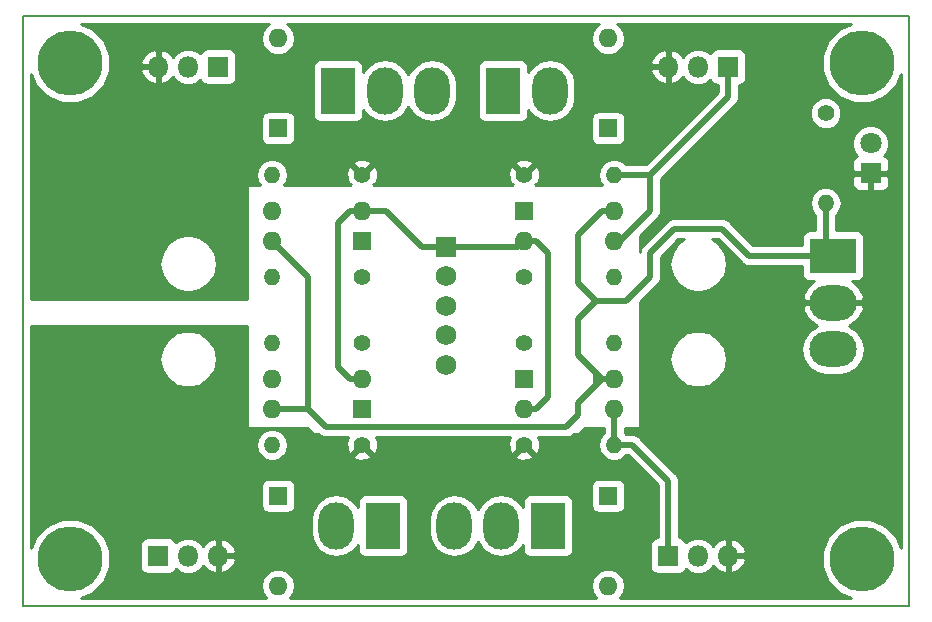
<source format=gbr>
%TF.GenerationSoftware,KiCad,Pcbnew,(5.0.0)*%
%TF.CreationDate,2018-12-15T00:11:35+01:00*%
%TF.ProjectId,high-voltage_driver_V1.0,686967682D766F6C746167655F647269,1.0*%
%TF.SameCoordinates,PXfbec30PYfbec30*%
%TF.FileFunction,Copper,L2,Bot,Signal*%
%TF.FilePolarity,Positive*%
%FSLAX46Y46*%
G04 Gerber Fmt 4.6, Leading zero omitted, Abs format (unit mm)*
G04 Created by KiCad (PCBNEW (5.0.0)) date 12/15/18 00:11:35*
%MOMM*%
%LPD*%
G01*
G04 APERTURE LIST*
%ADD10C,0.150000*%
%ADD11C,1.400000*%
%ADD12O,1.400000X1.400000*%
%ADD13R,1.800000X1.800000*%
%ADD14C,1.800000*%
%ADD15R,1.750000X1.750000*%
%ADD16C,1.750000*%
%ADD17R,4.000000X3.000000*%
%ADD18O,4.000000X3.000000*%
%ADD19R,3.000000X4.000000*%
%ADD20O,3.000000X4.000000*%
%ADD21O,1.800000X1.800000*%
%ADD22R,1.600000X1.600000*%
%ADD23O,1.600000X1.600000*%
%ADD24C,5.500000*%
%ADD25C,0.500000*%
%ADD26C,0.254000*%
G04 APERTURE END LIST*
D10*
X75000000Y-50000000D02*
X0Y-50000000D01*
X75000000Y0D02*
X75000000Y-50000000D01*
X0Y0D02*
X0Y-50000000D01*
X0Y0D02*
X75000000Y0D01*
D11*
X42418000Y-36322000D03*
D12*
X50038000Y-36322000D03*
D13*
X71755000Y-13335000D03*
D14*
X71755000Y-10795000D03*
D15*
X35814000Y-19558000D03*
D16*
X35814000Y-22058000D03*
X35814000Y-24558000D03*
X35814000Y-27058000D03*
X35814000Y-29558000D03*
D17*
X68580000Y-20320000D03*
D18*
X68580000Y-24282400D03*
X68580000Y-28244800D03*
D19*
X26670000Y-6350000D03*
D20*
X30632400Y-6350000D03*
X34594800Y-6350000D03*
D19*
X40640000Y-6350000D03*
D20*
X44602400Y-6350000D03*
D19*
X44450000Y-43180000D03*
D20*
X40487600Y-43180000D03*
X36525200Y-43180000D03*
D19*
X30480000Y-43180000D03*
D20*
X26517600Y-43180000D03*
D13*
X16510000Y-4318000D03*
D21*
X13970000Y-4318000D03*
X11430000Y-4318000D03*
D13*
X59690000Y-4318000D03*
D21*
X57150000Y-4318000D03*
X54610000Y-4318000D03*
D13*
X54610000Y-45720000D03*
D21*
X57150000Y-45720000D03*
X59690000Y-45720000D03*
D13*
X11430000Y-45720000D03*
D21*
X13970000Y-45720000D03*
X16510000Y-45720000D03*
D11*
X28702000Y-22098000D03*
D12*
X21082000Y-22098000D03*
D11*
X42418000Y-22098000D03*
D12*
X50038000Y-22098000D03*
D11*
X42418000Y-27686000D03*
D12*
X50038000Y-27686000D03*
D11*
X28702000Y-27686000D03*
D12*
X21082000Y-27686000D03*
D11*
X67945000Y-8255000D03*
D12*
X67945000Y-15875000D03*
D11*
X28702000Y-13462000D03*
D12*
X21082000Y-13462000D03*
D11*
X42418000Y-13462000D03*
D12*
X50038000Y-13462000D03*
D11*
X28702000Y-36322000D03*
D12*
X21082000Y-36322000D03*
D22*
X28702000Y-19050000D03*
D23*
X21082000Y-16510000D03*
X28702000Y-16510000D03*
X21082000Y-19050000D03*
D22*
X42418000Y-16510000D03*
D23*
X50038000Y-19050000D03*
X42418000Y-19050000D03*
X50038000Y-16510000D03*
D22*
X42418000Y-30734000D03*
D23*
X50038000Y-33274000D03*
X42418000Y-33274000D03*
X50038000Y-30734000D03*
D22*
X28702000Y-33274000D03*
D23*
X21082000Y-30734000D03*
X28702000Y-30734000D03*
X21082000Y-33274000D03*
D24*
X4000000Y-4000000D03*
X71000000Y-4000000D03*
X4000000Y-46000000D03*
X71000000Y-46000000D03*
D22*
X21590000Y-9525000D03*
D23*
X21590000Y-1905000D03*
D22*
X49530000Y-9525000D03*
D23*
X49530000Y-1905000D03*
D22*
X49530000Y-40640000D03*
D23*
X49530000Y-48260000D03*
D22*
X21590000Y-40640000D03*
D23*
X21590000Y-48260000D03*
D25*
X28702000Y-30734000D02*
X27686000Y-30734000D01*
X27686000Y-16510000D02*
X28702000Y-16510000D01*
X26670000Y-17526000D02*
X27686000Y-16510000D01*
X26670000Y-29718000D02*
X26670000Y-17526000D01*
X27686000Y-30734000D02*
X26670000Y-29718000D01*
X42418000Y-33274000D02*
X43434000Y-33274000D01*
X43434000Y-19050000D02*
X42418000Y-19050000D01*
X44450000Y-20066000D02*
X43434000Y-19050000D01*
X44450000Y-32258000D02*
X44450000Y-20066000D01*
X43434000Y-33274000D02*
X44450000Y-32258000D01*
X35814000Y-19558000D02*
X33782000Y-19558000D01*
X30734000Y-16510000D02*
X28702000Y-16510000D01*
X33782000Y-19558000D02*
X30734000Y-16510000D01*
X35814000Y-19558000D02*
X41910000Y-19558000D01*
X41910000Y-19558000D02*
X42418000Y-19050000D01*
X48514000Y-31242000D02*
X48514000Y-30226000D01*
X48514000Y-30226000D02*
X49022000Y-30734000D01*
X48514000Y-31242000D02*
X46990000Y-32766000D01*
X24130000Y-22098000D02*
X21082000Y-19050000D01*
X24130000Y-33274000D02*
X24130000Y-22098000D01*
X49022000Y-30734000D02*
X48514000Y-31242000D01*
X24130000Y-33274000D02*
X21082000Y-33274000D01*
X25654000Y-34798000D02*
X24130000Y-33274000D01*
X45974000Y-34798000D02*
X25654000Y-34798000D01*
X46990000Y-33782000D02*
X45974000Y-34798000D01*
X46990000Y-32766000D02*
X46990000Y-33782000D01*
X48514000Y-24130000D02*
X46990000Y-25654000D01*
X46990000Y-25654000D02*
X46990000Y-28702000D01*
X46990000Y-28702000D02*
X48514000Y-30226000D01*
X49022000Y-30734000D02*
X50038000Y-30734000D01*
X68580000Y-20320000D02*
X61468000Y-20320000D01*
X49022000Y-16510000D02*
X50038000Y-16510000D01*
X46990000Y-18542000D02*
X49022000Y-16510000D01*
X46990000Y-22606000D02*
X46990000Y-18542000D01*
X48514000Y-24130000D02*
X46990000Y-22606000D01*
X51054000Y-24130000D02*
X48514000Y-24130000D01*
X53086000Y-22098000D02*
X51054000Y-24130000D01*
X53086000Y-20066000D02*
X53086000Y-22098000D01*
X55118000Y-18034000D02*
X53086000Y-20066000D01*
X59182000Y-18034000D02*
X55118000Y-18034000D01*
X61468000Y-20320000D02*
X59182000Y-18034000D01*
X67945000Y-15875000D02*
X67945000Y-19685000D01*
X67945000Y-19685000D02*
X68580000Y-20320000D01*
X53086000Y-13462000D02*
X59690000Y-6858000D01*
X59690000Y-6858000D02*
X59690000Y-4318000D01*
X50038000Y-19050000D02*
X50546000Y-19050000D01*
X50546000Y-19050000D02*
X53086000Y-16510000D01*
X53086000Y-16510000D02*
X53086000Y-13462000D01*
X50038000Y-13462000D02*
X53086000Y-13462000D01*
X50038000Y-36322000D02*
X51562000Y-36322000D01*
X54610000Y-39370000D02*
X54610000Y-45720000D01*
X51562000Y-36322000D02*
X54610000Y-39370000D01*
X50038000Y-33274000D02*
X50038000Y-36322000D01*
D26*
G36*
X20555423Y-870423D02*
X20238260Y-1345091D01*
X20126887Y-1905000D01*
X20238260Y-2464909D01*
X20555423Y-2939577D01*
X21030091Y-3256740D01*
X21448667Y-3340000D01*
X21731333Y-3340000D01*
X22149909Y-3256740D01*
X22624577Y-2939577D01*
X22941740Y-2464909D01*
X23053113Y-1905000D01*
X22941740Y-1345091D01*
X22624577Y-870423D01*
X22384487Y-710000D01*
X48735513Y-710000D01*
X48495423Y-870423D01*
X48178260Y-1345091D01*
X48066887Y-1905000D01*
X48178260Y-2464909D01*
X48495423Y-2939577D01*
X48970091Y-3256740D01*
X49388667Y-3340000D01*
X49671333Y-3340000D01*
X50089909Y-3256740D01*
X50564577Y-2939577D01*
X50881740Y-2464909D01*
X50993113Y-1905000D01*
X50881740Y-1345091D01*
X50564577Y-870423D01*
X50324487Y-710000D01*
X70097332Y-710000D01*
X69082552Y-1130336D01*
X68130336Y-2082552D01*
X67615000Y-3326682D01*
X67615000Y-4673318D01*
X68130336Y-5917448D01*
X69082552Y-6869664D01*
X70326682Y-7385000D01*
X71673318Y-7385000D01*
X72917448Y-6869664D01*
X73869664Y-5917448D01*
X74290000Y-4902668D01*
X74290001Y-45097334D01*
X73869664Y-44082552D01*
X72917448Y-43130336D01*
X71673318Y-42615000D01*
X70326682Y-42615000D01*
X69082552Y-43130336D01*
X68130336Y-44082552D01*
X67615000Y-45326682D01*
X67615000Y-46673318D01*
X68130336Y-47917448D01*
X69082552Y-48869664D01*
X70097332Y-49290000D01*
X50567635Y-49290000D01*
X50881740Y-48819909D01*
X50993113Y-48260000D01*
X50881740Y-47700091D01*
X50564577Y-47225423D01*
X50089909Y-46908260D01*
X49671333Y-46825000D01*
X49388667Y-46825000D01*
X48970091Y-46908260D01*
X48495423Y-47225423D01*
X48178260Y-47700091D01*
X48066887Y-48260000D01*
X48178260Y-48819909D01*
X48492365Y-49290000D01*
X22627635Y-49290000D01*
X22941740Y-48819909D01*
X23053113Y-48260000D01*
X22941740Y-47700091D01*
X22624577Y-47225423D01*
X22149909Y-46908260D01*
X21731333Y-46825000D01*
X21448667Y-46825000D01*
X21030091Y-46908260D01*
X20555423Y-47225423D01*
X20238260Y-47700091D01*
X20126887Y-48260000D01*
X20238260Y-48819909D01*
X20552365Y-49290000D01*
X4902668Y-49290000D01*
X5917448Y-48869664D01*
X6869664Y-47917448D01*
X7385000Y-46673318D01*
X7385000Y-45326682D01*
X7175126Y-44820000D01*
X9882560Y-44820000D01*
X9882560Y-46620000D01*
X9931843Y-46867765D01*
X10072191Y-47077809D01*
X10282235Y-47218157D01*
X10530000Y-47267440D01*
X12330000Y-47267440D01*
X12577765Y-47218157D01*
X12787809Y-47077809D01*
X12927129Y-46869304D01*
X13371073Y-47165938D01*
X13818818Y-47255000D01*
X14121182Y-47255000D01*
X14568927Y-47165938D01*
X15076673Y-46826673D01*
X15247624Y-46570826D01*
X15602424Y-46957966D01*
X16145258Y-47211046D01*
X16383000Y-47090997D01*
X16383000Y-45847000D01*
X16637000Y-45847000D01*
X16637000Y-47090997D01*
X16874742Y-47211046D01*
X17417576Y-46957966D01*
X17822240Y-46516417D01*
X18001036Y-46084740D01*
X17880378Y-45847000D01*
X16637000Y-45847000D01*
X16383000Y-45847000D01*
X16363000Y-45847000D01*
X16363000Y-45593000D01*
X16383000Y-45593000D01*
X16383000Y-44349003D01*
X16637000Y-44349003D01*
X16637000Y-45593000D01*
X17880378Y-45593000D01*
X18001036Y-45355260D01*
X17822240Y-44923583D01*
X17417576Y-44482034D01*
X16874742Y-44228954D01*
X16637000Y-44349003D01*
X16383000Y-44349003D01*
X16145258Y-44228954D01*
X15602424Y-44482034D01*
X15247624Y-44869174D01*
X15076673Y-44613327D01*
X14568927Y-44274062D01*
X14121182Y-44185000D01*
X13818818Y-44185000D01*
X13371073Y-44274062D01*
X12927129Y-44570696D01*
X12787809Y-44362191D01*
X12577765Y-44221843D01*
X12330000Y-44172560D01*
X10530000Y-44172560D01*
X10282235Y-44221843D01*
X10072191Y-44362191D01*
X9931843Y-44572235D01*
X9882560Y-44820000D01*
X7175126Y-44820000D01*
X6869664Y-44082552D01*
X5917448Y-43130336D01*
X4673318Y-42615000D01*
X3326682Y-42615000D01*
X2082552Y-43130336D01*
X1130336Y-44082552D01*
X710000Y-45097332D01*
X710000Y-42469721D01*
X24382600Y-42469721D01*
X24382600Y-43890278D01*
X24506474Y-44513035D01*
X24978351Y-45219249D01*
X25684564Y-45691126D01*
X26517600Y-45856827D01*
X27350635Y-45691126D01*
X28056849Y-45219249D01*
X28332560Y-44806619D01*
X28332560Y-45180000D01*
X28381843Y-45427765D01*
X28522191Y-45637809D01*
X28732235Y-45778157D01*
X28980000Y-45827440D01*
X31980000Y-45827440D01*
X32227765Y-45778157D01*
X32437809Y-45637809D01*
X32578157Y-45427765D01*
X32627440Y-45180000D01*
X32627440Y-42469721D01*
X34390200Y-42469721D01*
X34390200Y-43890278D01*
X34514074Y-44513035D01*
X34985951Y-45219249D01*
X35692164Y-45691126D01*
X36525200Y-45856827D01*
X37358235Y-45691126D01*
X38064449Y-45219249D01*
X38506400Y-44557823D01*
X38948351Y-45219249D01*
X39654564Y-45691126D01*
X40487600Y-45856827D01*
X41320635Y-45691126D01*
X42026849Y-45219249D01*
X42302560Y-44806619D01*
X42302560Y-45180000D01*
X42351843Y-45427765D01*
X42492191Y-45637809D01*
X42702235Y-45778157D01*
X42950000Y-45827440D01*
X45950000Y-45827440D01*
X46197765Y-45778157D01*
X46407809Y-45637809D01*
X46548157Y-45427765D01*
X46597440Y-45180000D01*
X46597440Y-41180000D01*
X46548157Y-40932235D01*
X46407809Y-40722191D01*
X46197765Y-40581843D01*
X45950000Y-40532560D01*
X42950000Y-40532560D01*
X42702235Y-40581843D01*
X42492191Y-40722191D01*
X42351843Y-40932235D01*
X42302560Y-41180000D01*
X42302560Y-41553382D01*
X42026849Y-41140751D01*
X41320636Y-40668874D01*
X40487600Y-40503173D01*
X39654565Y-40668874D01*
X38948352Y-41140751D01*
X38506400Y-41802177D01*
X38064449Y-41140751D01*
X37358236Y-40668874D01*
X36525200Y-40503173D01*
X35692165Y-40668874D01*
X34985952Y-41140751D01*
X34514074Y-41846964D01*
X34390200Y-42469721D01*
X32627440Y-42469721D01*
X32627440Y-41180000D01*
X32578157Y-40932235D01*
X32437809Y-40722191D01*
X32227765Y-40581843D01*
X31980000Y-40532560D01*
X28980000Y-40532560D01*
X28732235Y-40581843D01*
X28522191Y-40722191D01*
X28381843Y-40932235D01*
X28332560Y-41180000D01*
X28332560Y-41553382D01*
X28056849Y-41140751D01*
X27350636Y-40668874D01*
X26517600Y-40503173D01*
X25684565Y-40668874D01*
X24978352Y-41140751D01*
X24506474Y-41846964D01*
X24382600Y-42469721D01*
X710000Y-42469721D01*
X710000Y-39840000D01*
X20142560Y-39840000D01*
X20142560Y-41440000D01*
X20191843Y-41687765D01*
X20332191Y-41897809D01*
X20542235Y-42038157D01*
X20790000Y-42087440D01*
X22390000Y-42087440D01*
X22637765Y-42038157D01*
X22847809Y-41897809D01*
X22988157Y-41687765D01*
X23037440Y-41440000D01*
X23037440Y-39840000D01*
X48082560Y-39840000D01*
X48082560Y-41440000D01*
X48131843Y-41687765D01*
X48272191Y-41897809D01*
X48482235Y-42038157D01*
X48730000Y-42087440D01*
X50330000Y-42087440D01*
X50577765Y-42038157D01*
X50787809Y-41897809D01*
X50928157Y-41687765D01*
X50977440Y-41440000D01*
X50977440Y-39840000D01*
X50928157Y-39592235D01*
X50787809Y-39382191D01*
X50577765Y-39241843D01*
X50330000Y-39192560D01*
X48730000Y-39192560D01*
X48482235Y-39241843D01*
X48272191Y-39382191D01*
X48131843Y-39592235D01*
X48082560Y-39840000D01*
X23037440Y-39840000D01*
X22988157Y-39592235D01*
X22847809Y-39382191D01*
X22637765Y-39241843D01*
X22390000Y-39192560D01*
X20790000Y-39192560D01*
X20542235Y-39241843D01*
X20332191Y-39382191D01*
X20191843Y-39592235D01*
X20142560Y-39840000D01*
X710000Y-39840000D01*
X710000Y-36322000D01*
X19720846Y-36322000D01*
X19824458Y-36842891D01*
X20119519Y-37284481D01*
X20561109Y-37579542D01*
X20950515Y-37657000D01*
X21213485Y-37657000D01*
X21602891Y-37579542D01*
X22044481Y-37284481D01*
X22062659Y-37257275D01*
X27946331Y-37257275D01*
X28008169Y-37493042D01*
X28509122Y-37669419D01*
X29039440Y-37640664D01*
X29395831Y-37493042D01*
X29457669Y-37257275D01*
X41662331Y-37257275D01*
X41724169Y-37493042D01*
X42225122Y-37669419D01*
X42755440Y-37640664D01*
X43111831Y-37493042D01*
X43173669Y-37257275D01*
X42418000Y-36501605D01*
X41662331Y-37257275D01*
X29457669Y-37257275D01*
X28702000Y-36501605D01*
X27946331Y-37257275D01*
X22062659Y-37257275D01*
X22339542Y-36842891D01*
X22443154Y-36322000D01*
X22339542Y-35801109D01*
X22044481Y-35359519D01*
X21602891Y-35064458D01*
X21213485Y-34987000D01*
X20950515Y-34987000D01*
X20561109Y-35064458D01*
X20119519Y-35359519D01*
X19824458Y-35801109D01*
X19720846Y-36322000D01*
X710000Y-36322000D01*
X710000Y-29060000D01*
X11538276Y-29060000D01*
X11723380Y-29990580D01*
X12250511Y-30779489D01*
X13039420Y-31306620D01*
X13735103Y-31445000D01*
X14204897Y-31445000D01*
X14900580Y-31306620D01*
X15689489Y-30779489D01*
X16216620Y-29990580D01*
X16401724Y-29060000D01*
X16216620Y-28129420D01*
X15689489Y-27340511D01*
X14900580Y-26813380D01*
X14204897Y-26675000D01*
X13735103Y-26675000D01*
X13039420Y-26813380D01*
X12250511Y-27340511D01*
X11723380Y-28129420D01*
X11538276Y-29060000D01*
X710000Y-29060000D01*
X710000Y-26289000D01*
X18923000Y-26289000D01*
X18923000Y-34798000D01*
X18932667Y-34846601D01*
X18960197Y-34887803D01*
X19001399Y-34915333D01*
X19050000Y-34925000D01*
X24077394Y-34925000D01*
X24548197Y-35395803D01*
X24589399Y-35423333D01*
X24638000Y-35433000D01*
X25013914Y-35433000D01*
X25015951Y-35436049D01*
X25089844Y-35485423D01*
X25089845Y-35485424D01*
X25200880Y-35559615D01*
X25308690Y-35631652D01*
X25566835Y-35683000D01*
X25566839Y-35683000D01*
X25653999Y-35700337D01*
X25741159Y-35683000D01*
X27511653Y-35683000D01*
X27354581Y-36129122D01*
X27383336Y-36659440D01*
X27530958Y-37015831D01*
X27766725Y-37077669D01*
X28522395Y-36322000D01*
X28508252Y-36307858D01*
X28687858Y-36128252D01*
X28702000Y-36142395D01*
X28716142Y-36128252D01*
X28895748Y-36307858D01*
X28881605Y-36322000D01*
X29637275Y-37077669D01*
X29873042Y-37015831D01*
X30049419Y-36514878D01*
X30020664Y-35984560D01*
X29895754Y-35683000D01*
X41227653Y-35683000D01*
X41070581Y-36129122D01*
X41099336Y-36659440D01*
X41246958Y-37015831D01*
X41482725Y-37077669D01*
X42238395Y-36322000D01*
X42224252Y-36307858D01*
X42403858Y-36128252D01*
X42418000Y-36142395D01*
X42432142Y-36128252D01*
X42611748Y-36307858D01*
X42597605Y-36322000D01*
X43353275Y-37077669D01*
X43589042Y-37015831D01*
X43765419Y-36514878D01*
X43736664Y-35984560D01*
X43611754Y-35683000D01*
X45886839Y-35683000D01*
X45974000Y-35700337D01*
X46061161Y-35683000D01*
X46061165Y-35683000D01*
X46319310Y-35631652D01*
X46612049Y-35436049D01*
X46614086Y-35433000D01*
X46990000Y-35433000D01*
X47038601Y-35423333D01*
X47079803Y-35395803D01*
X47550606Y-34925000D01*
X49153001Y-34925000D01*
X49153001Y-35307747D01*
X49075519Y-35359519D01*
X48780458Y-35801109D01*
X48676846Y-36322000D01*
X48780458Y-36842891D01*
X49075519Y-37284481D01*
X49517109Y-37579542D01*
X49906515Y-37657000D01*
X50169485Y-37657000D01*
X50558891Y-37579542D01*
X51000481Y-37284481D01*
X51052252Y-37207000D01*
X51195422Y-37207000D01*
X53725000Y-39736579D01*
X53725001Y-44172560D01*
X53710000Y-44172560D01*
X53462235Y-44221843D01*
X53252191Y-44362191D01*
X53111843Y-44572235D01*
X53062560Y-44820000D01*
X53062560Y-46620000D01*
X53111843Y-46867765D01*
X53252191Y-47077809D01*
X53462235Y-47218157D01*
X53710000Y-47267440D01*
X55510000Y-47267440D01*
X55757765Y-47218157D01*
X55967809Y-47077809D01*
X56107129Y-46869304D01*
X56551073Y-47165938D01*
X56998818Y-47255000D01*
X57301182Y-47255000D01*
X57748927Y-47165938D01*
X58256673Y-46826673D01*
X58427624Y-46570826D01*
X58782424Y-46957966D01*
X59325258Y-47211046D01*
X59563000Y-47090997D01*
X59563000Y-45847000D01*
X59817000Y-45847000D01*
X59817000Y-47090997D01*
X60054742Y-47211046D01*
X60597576Y-46957966D01*
X61002240Y-46516417D01*
X61181036Y-46084740D01*
X61060378Y-45847000D01*
X59817000Y-45847000D01*
X59563000Y-45847000D01*
X59543000Y-45847000D01*
X59543000Y-45593000D01*
X59563000Y-45593000D01*
X59563000Y-44349003D01*
X59817000Y-44349003D01*
X59817000Y-45593000D01*
X61060378Y-45593000D01*
X61181036Y-45355260D01*
X61002240Y-44923583D01*
X60597576Y-44482034D01*
X60054742Y-44228954D01*
X59817000Y-44349003D01*
X59563000Y-44349003D01*
X59325258Y-44228954D01*
X58782424Y-44482034D01*
X58427624Y-44869174D01*
X58256673Y-44613327D01*
X57748927Y-44274062D01*
X57301182Y-44185000D01*
X56998818Y-44185000D01*
X56551073Y-44274062D01*
X56107129Y-44570696D01*
X55967809Y-44362191D01*
X55757765Y-44221843D01*
X55510000Y-44172560D01*
X55495000Y-44172560D01*
X55495000Y-39457161D01*
X55512337Y-39370000D01*
X55495000Y-39282839D01*
X55495000Y-39282835D01*
X55443652Y-39024690D01*
X55248049Y-38731951D01*
X55174156Y-38682577D01*
X52249425Y-35757847D01*
X52200049Y-35683951D01*
X51907310Y-35488348D01*
X51649165Y-35437000D01*
X51649161Y-35437000D01*
X51562000Y-35419663D01*
X51474839Y-35437000D01*
X51052252Y-35437000D01*
X51000481Y-35359519D01*
X50923000Y-35307748D01*
X50923000Y-34925000D01*
X52070000Y-34925000D01*
X52118601Y-34915333D01*
X52159803Y-34887803D01*
X52187333Y-34846601D01*
X52197000Y-34798000D01*
X52197000Y-29060000D01*
X54718276Y-29060000D01*
X54903380Y-29990580D01*
X55430511Y-30779489D01*
X56219420Y-31306620D01*
X56915103Y-31445000D01*
X57384897Y-31445000D01*
X58080580Y-31306620D01*
X58869489Y-30779489D01*
X59396620Y-29990580D01*
X59581724Y-29060000D01*
X59419571Y-28244800D01*
X65903173Y-28244800D01*
X66068874Y-29077836D01*
X66540751Y-29784049D01*
X67246964Y-30255926D01*
X67869721Y-30379800D01*
X69290279Y-30379800D01*
X69913036Y-30255926D01*
X70619249Y-29784049D01*
X71091126Y-29077836D01*
X71256827Y-28244800D01*
X71091126Y-27411764D01*
X70619249Y-26705551D01*
X69913036Y-26233674D01*
X69911090Y-26233287D01*
X70014362Y-26206282D01*
X70679476Y-25702270D01*
X71101084Y-24982096D01*
X71165113Y-24741233D01*
X71052165Y-24409400D01*
X68707000Y-24409400D01*
X68707000Y-24429400D01*
X68453000Y-24429400D01*
X68453000Y-24409400D01*
X66107835Y-24409400D01*
X65994887Y-24741233D01*
X66058916Y-24982096D01*
X66480524Y-25702270D01*
X67145638Y-26206282D01*
X67248910Y-26233287D01*
X67246964Y-26233674D01*
X66540751Y-26705551D01*
X66068874Y-27411764D01*
X65903173Y-28244800D01*
X59419571Y-28244800D01*
X59396620Y-28129420D01*
X58869489Y-27340511D01*
X58080580Y-26813380D01*
X57384897Y-26675000D01*
X56915103Y-26675000D01*
X56219420Y-26813380D01*
X55430511Y-27340511D01*
X54903380Y-28129420D01*
X54718276Y-29060000D01*
X52197000Y-29060000D01*
X52197000Y-24238578D01*
X53650156Y-22785423D01*
X53724049Y-22736049D01*
X53810946Y-22606000D01*
X53919652Y-22443310D01*
X53924655Y-22418157D01*
X53971000Y-22185165D01*
X53971000Y-22185161D01*
X53988337Y-22098000D01*
X53971000Y-22010839D01*
X53971000Y-20432578D01*
X55484579Y-18919000D01*
X55938626Y-18919000D01*
X55430511Y-19258511D01*
X54903380Y-20047420D01*
X54718276Y-20978000D01*
X54903380Y-21908580D01*
X55430511Y-22697489D01*
X56219420Y-23224620D01*
X56915103Y-23363000D01*
X57384897Y-23363000D01*
X58080580Y-23224620D01*
X58869489Y-22697489D01*
X59396620Y-21908580D01*
X59581724Y-20978000D01*
X59396620Y-20047420D01*
X58869489Y-19258511D01*
X58361374Y-18919000D01*
X58815422Y-18919000D01*
X60780577Y-20884156D01*
X60829951Y-20958049D01*
X60903844Y-21007423D01*
X60903845Y-21007424D01*
X60939364Y-21031157D01*
X61122690Y-21153652D01*
X61380835Y-21205000D01*
X61380839Y-21205000D01*
X61467999Y-21222337D01*
X61555159Y-21205000D01*
X65932560Y-21205000D01*
X65932560Y-21820000D01*
X65981843Y-22067765D01*
X66122191Y-22277809D01*
X66332235Y-22418157D01*
X66580000Y-22467440D01*
X67001900Y-22467440D01*
X66480524Y-22862530D01*
X66058916Y-23582704D01*
X65994887Y-23823567D01*
X66107835Y-24155400D01*
X68453000Y-24155400D01*
X68453000Y-24135400D01*
X68707000Y-24135400D01*
X68707000Y-24155400D01*
X71052165Y-24155400D01*
X71165113Y-23823567D01*
X71101084Y-23582704D01*
X70679476Y-22862530D01*
X70158100Y-22467440D01*
X70580000Y-22467440D01*
X70827765Y-22418157D01*
X71037809Y-22277809D01*
X71178157Y-22067765D01*
X71227440Y-21820000D01*
X71227440Y-18820000D01*
X71178157Y-18572235D01*
X71037809Y-18362191D01*
X70827765Y-18221843D01*
X70580000Y-18172560D01*
X68830000Y-18172560D01*
X68830000Y-16889252D01*
X68907481Y-16837481D01*
X69202542Y-16395891D01*
X69306154Y-15875000D01*
X69202542Y-15354109D01*
X68907481Y-14912519D01*
X68465891Y-14617458D01*
X68076485Y-14540000D01*
X67813515Y-14540000D01*
X67424109Y-14617458D01*
X66982519Y-14912519D01*
X66687458Y-15354109D01*
X66583846Y-15875000D01*
X66687458Y-16395891D01*
X66982519Y-16837481D01*
X67060000Y-16889252D01*
X67060001Y-18172560D01*
X66580000Y-18172560D01*
X66332235Y-18221843D01*
X66122191Y-18362191D01*
X65981843Y-18572235D01*
X65932560Y-18820000D01*
X65932560Y-19435000D01*
X61834579Y-19435000D01*
X59869425Y-17469847D01*
X59820049Y-17395951D01*
X59527310Y-17200348D01*
X59269165Y-17149000D01*
X59269161Y-17149000D01*
X59182000Y-17131663D01*
X59094839Y-17149000D01*
X55205161Y-17149000D01*
X55118000Y-17131663D01*
X55030839Y-17149000D01*
X55030835Y-17149000D01*
X54772690Y-17200348D01*
X54553845Y-17346576D01*
X54553844Y-17346577D01*
X54479951Y-17395951D01*
X54430577Y-17469844D01*
X52521847Y-19378575D01*
X52447951Y-19427951D01*
X52252348Y-19720691D01*
X52201000Y-19978836D01*
X52201000Y-19978839D01*
X52197000Y-19998949D01*
X52197000Y-18650578D01*
X53650156Y-17197423D01*
X53724049Y-17148049D01*
X53773425Y-17074154D01*
X53919651Y-16855311D01*
X53919652Y-16855310D01*
X53971000Y-16597165D01*
X53971000Y-16597161D01*
X53988337Y-16510001D01*
X53971000Y-16422841D01*
X53971000Y-13828578D01*
X54178828Y-13620750D01*
X70220000Y-13620750D01*
X70220000Y-14361309D01*
X70316673Y-14594698D01*
X70495301Y-14773327D01*
X70728690Y-14870000D01*
X71469250Y-14870000D01*
X71628000Y-14711250D01*
X71628000Y-13462000D01*
X71882000Y-13462000D01*
X71882000Y-14711250D01*
X72040750Y-14870000D01*
X72781310Y-14870000D01*
X73014699Y-14773327D01*
X73193327Y-14594698D01*
X73290000Y-14361309D01*
X73290000Y-13620750D01*
X73131250Y-13462000D01*
X71882000Y-13462000D01*
X71628000Y-13462000D01*
X70378750Y-13462000D01*
X70220000Y-13620750D01*
X54178828Y-13620750D01*
X57309908Y-10489670D01*
X70220000Y-10489670D01*
X70220000Y-11100330D01*
X70453690Y-11664507D01*
X70630044Y-11840861D01*
X70495301Y-11896673D01*
X70316673Y-12075302D01*
X70220000Y-12308691D01*
X70220000Y-13049250D01*
X70378750Y-13208000D01*
X71628000Y-13208000D01*
X71628000Y-13188000D01*
X71882000Y-13188000D01*
X71882000Y-13208000D01*
X73131250Y-13208000D01*
X73290000Y-13049250D01*
X73290000Y-12308691D01*
X73193327Y-12075302D01*
X73014699Y-11896673D01*
X72879956Y-11840861D01*
X73056310Y-11664507D01*
X73290000Y-11100330D01*
X73290000Y-10489670D01*
X73056310Y-9925493D01*
X72624507Y-9493690D01*
X72060330Y-9260000D01*
X71449670Y-9260000D01*
X70885493Y-9493690D01*
X70453690Y-9925493D01*
X70220000Y-10489670D01*
X57309908Y-10489670D01*
X59810126Y-7989452D01*
X66610000Y-7989452D01*
X66610000Y-8520548D01*
X66813242Y-9011217D01*
X67188783Y-9386758D01*
X67679452Y-9590000D01*
X68210548Y-9590000D01*
X68701217Y-9386758D01*
X69076758Y-9011217D01*
X69280000Y-8520548D01*
X69280000Y-7989452D01*
X69076758Y-7498783D01*
X68701217Y-7123242D01*
X68210548Y-6920000D01*
X67679452Y-6920000D01*
X67188783Y-7123242D01*
X66813242Y-7498783D01*
X66610000Y-7989452D01*
X59810126Y-7989452D01*
X60254156Y-7545422D01*
X60328049Y-7496049D01*
X60523652Y-7203310D01*
X60575000Y-6945165D01*
X60575000Y-6945161D01*
X60592337Y-6858001D01*
X60575000Y-6770841D01*
X60575000Y-5865440D01*
X60590000Y-5865440D01*
X60837765Y-5816157D01*
X61047809Y-5675809D01*
X61188157Y-5465765D01*
X61237440Y-5218000D01*
X61237440Y-3418000D01*
X61188157Y-3170235D01*
X61047809Y-2960191D01*
X60837765Y-2819843D01*
X60590000Y-2770560D01*
X58790000Y-2770560D01*
X58542235Y-2819843D01*
X58332191Y-2960191D01*
X58192871Y-3168696D01*
X57748927Y-2872062D01*
X57301182Y-2783000D01*
X56998818Y-2783000D01*
X56551073Y-2872062D01*
X56043327Y-3211327D01*
X55872376Y-3467174D01*
X55517576Y-3080034D01*
X54974742Y-2826954D01*
X54737000Y-2947003D01*
X54737000Y-4191000D01*
X54757000Y-4191000D01*
X54757000Y-4445000D01*
X54737000Y-4445000D01*
X54737000Y-5688997D01*
X54974742Y-5809046D01*
X55517576Y-5555966D01*
X55872376Y-5168826D01*
X56043327Y-5424673D01*
X56551073Y-5763938D01*
X56998818Y-5853000D01*
X57301182Y-5853000D01*
X57748927Y-5763938D01*
X58192871Y-5467304D01*
X58332191Y-5675809D01*
X58542235Y-5816157D01*
X58790000Y-5865440D01*
X58805000Y-5865440D01*
X58805000Y-6491421D01*
X52719422Y-12577000D01*
X51052252Y-12577000D01*
X51000481Y-12499519D01*
X50558891Y-12204458D01*
X50169485Y-12127000D01*
X49906515Y-12127000D01*
X49517109Y-12204458D01*
X49075519Y-12499519D01*
X48780458Y-12941109D01*
X48676846Y-13462000D01*
X48780458Y-13982891D01*
X49026421Y-14351000D01*
X43450444Y-14351000D01*
X43468526Y-14332918D01*
X43353277Y-14217669D01*
X43589042Y-14155831D01*
X43765419Y-13654878D01*
X43736664Y-13124560D01*
X43589042Y-12768169D01*
X43353275Y-12706331D01*
X42597605Y-13462000D01*
X42611748Y-13476142D01*
X42432142Y-13655748D01*
X42418000Y-13641605D01*
X42403858Y-13655748D01*
X42224252Y-13476142D01*
X42238395Y-13462000D01*
X41482725Y-12706331D01*
X41246958Y-12768169D01*
X41070581Y-13269122D01*
X41099336Y-13799440D01*
X41246958Y-14155831D01*
X41482723Y-14217669D01*
X41367474Y-14332918D01*
X41385556Y-14351000D01*
X29734444Y-14351000D01*
X29752526Y-14332918D01*
X29637277Y-14217669D01*
X29873042Y-14155831D01*
X30049419Y-13654878D01*
X30020664Y-13124560D01*
X29873042Y-12768169D01*
X29637275Y-12706331D01*
X28881605Y-13462000D01*
X28895748Y-13476142D01*
X28716142Y-13655748D01*
X28702000Y-13641605D01*
X28687858Y-13655748D01*
X28508252Y-13476142D01*
X28522395Y-13462000D01*
X27766725Y-12706331D01*
X27530958Y-12768169D01*
X27354581Y-13269122D01*
X27383336Y-13799440D01*
X27530958Y-14155831D01*
X27766723Y-14217669D01*
X27651474Y-14332918D01*
X27669556Y-14351000D01*
X22093579Y-14351000D01*
X22339542Y-13982891D01*
X22443154Y-13462000D01*
X22339542Y-12941109D01*
X22062660Y-12526725D01*
X27946331Y-12526725D01*
X28702000Y-13282395D01*
X29457669Y-12526725D01*
X41662331Y-12526725D01*
X42418000Y-13282395D01*
X43173669Y-12526725D01*
X43111831Y-12290958D01*
X42610878Y-12114581D01*
X42080560Y-12143336D01*
X41724169Y-12290958D01*
X41662331Y-12526725D01*
X29457669Y-12526725D01*
X29395831Y-12290958D01*
X28894878Y-12114581D01*
X28364560Y-12143336D01*
X28008169Y-12290958D01*
X27946331Y-12526725D01*
X22062660Y-12526725D01*
X22044481Y-12499519D01*
X21602891Y-12204458D01*
X21213485Y-12127000D01*
X20950515Y-12127000D01*
X20561109Y-12204458D01*
X20119519Y-12499519D01*
X19824458Y-12941109D01*
X19720846Y-13462000D01*
X19824458Y-13982891D01*
X20070421Y-14351000D01*
X19050000Y-14351000D01*
X19001399Y-14360667D01*
X18960197Y-14388197D01*
X18932667Y-14429399D01*
X18923000Y-14478000D01*
X18923000Y-24003000D01*
X710000Y-24003000D01*
X710000Y-20978000D01*
X11538276Y-20978000D01*
X11723380Y-21908580D01*
X12250511Y-22697489D01*
X13039420Y-23224620D01*
X13735103Y-23363000D01*
X14204897Y-23363000D01*
X14900580Y-23224620D01*
X15689489Y-22697489D01*
X16216620Y-21908580D01*
X16401724Y-20978000D01*
X16216620Y-20047420D01*
X15689489Y-19258511D01*
X14900580Y-18731380D01*
X14204897Y-18593000D01*
X13735103Y-18593000D01*
X13039420Y-18731380D01*
X12250511Y-19258511D01*
X11723380Y-20047420D01*
X11538276Y-20978000D01*
X710000Y-20978000D01*
X710000Y-8725000D01*
X20142560Y-8725000D01*
X20142560Y-10325000D01*
X20191843Y-10572765D01*
X20332191Y-10782809D01*
X20542235Y-10923157D01*
X20790000Y-10972440D01*
X22390000Y-10972440D01*
X22637765Y-10923157D01*
X22847809Y-10782809D01*
X22988157Y-10572765D01*
X23037440Y-10325000D01*
X23037440Y-8725000D01*
X22988157Y-8477235D01*
X22847809Y-8267191D01*
X22637765Y-8126843D01*
X22390000Y-8077560D01*
X20790000Y-8077560D01*
X20542235Y-8126843D01*
X20332191Y-8267191D01*
X20191843Y-8477235D01*
X20142560Y-8725000D01*
X710000Y-8725000D01*
X710000Y-4902668D01*
X1130336Y-5917448D01*
X2082552Y-6869664D01*
X3326682Y-7385000D01*
X4673318Y-7385000D01*
X5917448Y-6869664D01*
X6869664Y-5917448D01*
X7381097Y-4682740D01*
X9938964Y-4682740D01*
X10117760Y-5114417D01*
X10522424Y-5555966D01*
X11065258Y-5809046D01*
X11303000Y-5688997D01*
X11303000Y-4445000D01*
X10059622Y-4445000D01*
X9938964Y-4682740D01*
X7381097Y-4682740D01*
X7385000Y-4673318D01*
X7385000Y-3953260D01*
X9938964Y-3953260D01*
X10059622Y-4191000D01*
X11303000Y-4191000D01*
X11303000Y-2947003D01*
X11557000Y-2947003D01*
X11557000Y-4191000D01*
X11577000Y-4191000D01*
X11577000Y-4445000D01*
X11557000Y-4445000D01*
X11557000Y-5688997D01*
X11794742Y-5809046D01*
X12337576Y-5555966D01*
X12692376Y-5168826D01*
X12863327Y-5424673D01*
X13371073Y-5763938D01*
X13818818Y-5853000D01*
X14121182Y-5853000D01*
X14568927Y-5763938D01*
X15012871Y-5467304D01*
X15152191Y-5675809D01*
X15362235Y-5816157D01*
X15610000Y-5865440D01*
X17410000Y-5865440D01*
X17657765Y-5816157D01*
X17867809Y-5675809D01*
X18008157Y-5465765D01*
X18057440Y-5218000D01*
X18057440Y-4350000D01*
X24522560Y-4350000D01*
X24522560Y-8350000D01*
X24571843Y-8597765D01*
X24712191Y-8807809D01*
X24922235Y-8948157D01*
X25170000Y-8997440D01*
X28170000Y-8997440D01*
X28417765Y-8948157D01*
X28627809Y-8807809D01*
X28768157Y-8597765D01*
X28817440Y-8350000D01*
X28817440Y-7976618D01*
X29093152Y-8389249D01*
X29799365Y-8861126D01*
X30632400Y-9026827D01*
X31465436Y-8861126D01*
X32171649Y-8389249D01*
X32613600Y-7727823D01*
X33055552Y-8389249D01*
X33761765Y-8861126D01*
X34594800Y-9026827D01*
X35427836Y-8861126D01*
X36134049Y-8389249D01*
X36605926Y-7683035D01*
X36729800Y-7060278D01*
X36729800Y-5639721D01*
X36605926Y-5016964D01*
X36160275Y-4350000D01*
X38492560Y-4350000D01*
X38492560Y-8350000D01*
X38541843Y-8597765D01*
X38682191Y-8807809D01*
X38892235Y-8948157D01*
X39140000Y-8997440D01*
X42140000Y-8997440D01*
X42387765Y-8948157D01*
X42597809Y-8807809D01*
X42738157Y-8597765D01*
X42787440Y-8350000D01*
X42787440Y-7976618D01*
X43063152Y-8389249D01*
X43769365Y-8861126D01*
X44602400Y-9026827D01*
X45435436Y-8861126D01*
X45639162Y-8725000D01*
X48082560Y-8725000D01*
X48082560Y-10325000D01*
X48131843Y-10572765D01*
X48272191Y-10782809D01*
X48482235Y-10923157D01*
X48730000Y-10972440D01*
X50330000Y-10972440D01*
X50577765Y-10923157D01*
X50787809Y-10782809D01*
X50928157Y-10572765D01*
X50977440Y-10325000D01*
X50977440Y-8725000D01*
X50928157Y-8477235D01*
X50787809Y-8267191D01*
X50577765Y-8126843D01*
X50330000Y-8077560D01*
X48730000Y-8077560D01*
X48482235Y-8126843D01*
X48272191Y-8267191D01*
X48131843Y-8477235D01*
X48082560Y-8725000D01*
X45639162Y-8725000D01*
X46141649Y-8389249D01*
X46613526Y-7683035D01*
X46737400Y-7060278D01*
X46737400Y-5639721D01*
X46613526Y-5016964D01*
X46390205Y-4682740D01*
X53118964Y-4682740D01*
X53297760Y-5114417D01*
X53702424Y-5555966D01*
X54245258Y-5809046D01*
X54483000Y-5688997D01*
X54483000Y-4445000D01*
X53239622Y-4445000D01*
X53118964Y-4682740D01*
X46390205Y-4682740D01*
X46141649Y-4310751D01*
X45606626Y-3953260D01*
X53118964Y-3953260D01*
X53239622Y-4191000D01*
X54483000Y-4191000D01*
X54483000Y-2947003D01*
X54245258Y-2826954D01*
X53702424Y-3080034D01*
X53297760Y-3521583D01*
X53118964Y-3953260D01*
X45606626Y-3953260D01*
X45435435Y-3838874D01*
X44602400Y-3673173D01*
X43769364Y-3838874D01*
X43063151Y-4310751D01*
X42787440Y-4723382D01*
X42787440Y-4350000D01*
X42738157Y-4102235D01*
X42597809Y-3892191D01*
X42387765Y-3751843D01*
X42140000Y-3702560D01*
X39140000Y-3702560D01*
X38892235Y-3751843D01*
X38682191Y-3892191D01*
X38541843Y-4102235D01*
X38492560Y-4350000D01*
X36160275Y-4350000D01*
X36134049Y-4310751D01*
X35427835Y-3838874D01*
X34594800Y-3673173D01*
X33761764Y-3838874D01*
X33055551Y-4310751D01*
X32613600Y-4972177D01*
X32171649Y-4310751D01*
X31465435Y-3838874D01*
X30632400Y-3673173D01*
X29799364Y-3838874D01*
X29093151Y-4310751D01*
X28817440Y-4723382D01*
X28817440Y-4350000D01*
X28768157Y-4102235D01*
X28627809Y-3892191D01*
X28417765Y-3751843D01*
X28170000Y-3702560D01*
X25170000Y-3702560D01*
X24922235Y-3751843D01*
X24712191Y-3892191D01*
X24571843Y-4102235D01*
X24522560Y-4350000D01*
X18057440Y-4350000D01*
X18057440Y-3418000D01*
X18008157Y-3170235D01*
X17867809Y-2960191D01*
X17657765Y-2819843D01*
X17410000Y-2770560D01*
X15610000Y-2770560D01*
X15362235Y-2819843D01*
X15152191Y-2960191D01*
X15012871Y-3168696D01*
X14568927Y-2872062D01*
X14121182Y-2783000D01*
X13818818Y-2783000D01*
X13371073Y-2872062D01*
X12863327Y-3211327D01*
X12692376Y-3467174D01*
X12337576Y-3080034D01*
X11794742Y-2826954D01*
X11557000Y-2947003D01*
X11303000Y-2947003D01*
X11065258Y-2826954D01*
X10522424Y-3080034D01*
X10117760Y-3521583D01*
X9938964Y-3953260D01*
X7385000Y-3953260D01*
X7385000Y-3326682D01*
X6869664Y-2082552D01*
X5917448Y-1130336D01*
X4902668Y-710000D01*
X20795513Y-710000D01*
X20555423Y-870423D01*
X20555423Y-870423D01*
G37*
X20555423Y-870423D02*
X20238260Y-1345091D01*
X20126887Y-1905000D01*
X20238260Y-2464909D01*
X20555423Y-2939577D01*
X21030091Y-3256740D01*
X21448667Y-3340000D01*
X21731333Y-3340000D01*
X22149909Y-3256740D01*
X22624577Y-2939577D01*
X22941740Y-2464909D01*
X23053113Y-1905000D01*
X22941740Y-1345091D01*
X22624577Y-870423D01*
X22384487Y-710000D01*
X48735513Y-710000D01*
X48495423Y-870423D01*
X48178260Y-1345091D01*
X48066887Y-1905000D01*
X48178260Y-2464909D01*
X48495423Y-2939577D01*
X48970091Y-3256740D01*
X49388667Y-3340000D01*
X49671333Y-3340000D01*
X50089909Y-3256740D01*
X50564577Y-2939577D01*
X50881740Y-2464909D01*
X50993113Y-1905000D01*
X50881740Y-1345091D01*
X50564577Y-870423D01*
X50324487Y-710000D01*
X70097332Y-710000D01*
X69082552Y-1130336D01*
X68130336Y-2082552D01*
X67615000Y-3326682D01*
X67615000Y-4673318D01*
X68130336Y-5917448D01*
X69082552Y-6869664D01*
X70326682Y-7385000D01*
X71673318Y-7385000D01*
X72917448Y-6869664D01*
X73869664Y-5917448D01*
X74290000Y-4902668D01*
X74290001Y-45097334D01*
X73869664Y-44082552D01*
X72917448Y-43130336D01*
X71673318Y-42615000D01*
X70326682Y-42615000D01*
X69082552Y-43130336D01*
X68130336Y-44082552D01*
X67615000Y-45326682D01*
X67615000Y-46673318D01*
X68130336Y-47917448D01*
X69082552Y-48869664D01*
X70097332Y-49290000D01*
X50567635Y-49290000D01*
X50881740Y-48819909D01*
X50993113Y-48260000D01*
X50881740Y-47700091D01*
X50564577Y-47225423D01*
X50089909Y-46908260D01*
X49671333Y-46825000D01*
X49388667Y-46825000D01*
X48970091Y-46908260D01*
X48495423Y-47225423D01*
X48178260Y-47700091D01*
X48066887Y-48260000D01*
X48178260Y-48819909D01*
X48492365Y-49290000D01*
X22627635Y-49290000D01*
X22941740Y-48819909D01*
X23053113Y-48260000D01*
X22941740Y-47700091D01*
X22624577Y-47225423D01*
X22149909Y-46908260D01*
X21731333Y-46825000D01*
X21448667Y-46825000D01*
X21030091Y-46908260D01*
X20555423Y-47225423D01*
X20238260Y-47700091D01*
X20126887Y-48260000D01*
X20238260Y-48819909D01*
X20552365Y-49290000D01*
X4902668Y-49290000D01*
X5917448Y-48869664D01*
X6869664Y-47917448D01*
X7385000Y-46673318D01*
X7385000Y-45326682D01*
X7175126Y-44820000D01*
X9882560Y-44820000D01*
X9882560Y-46620000D01*
X9931843Y-46867765D01*
X10072191Y-47077809D01*
X10282235Y-47218157D01*
X10530000Y-47267440D01*
X12330000Y-47267440D01*
X12577765Y-47218157D01*
X12787809Y-47077809D01*
X12927129Y-46869304D01*
X13371073Y-47165938D01*
X13818818Y-47255000D01*
X14121182Y-47255000D01*
X14568927Y-47165938D01*
X15076673Y-46826673D01*
X15247624Y-46570826D01*
X15602424Y-46957966D01*
X16145258Y-47211046D01*
X16383000Y-47090997D01*
X16383000Y-45847000D01*
X16637000Y-45847000D01*
X16637000Y-47090997D01*
X16874742Y-47211046D01*
X17417576Y-46957966D01*
X17822240Y-46516417D01*
X18001036Y-46084740D01*
X17880378Y-45847000D01*
X16637000Y-45847000D01*
X16383000Y-45847000D01*
X16363000Y-45847000D01*
X16363000Y-45593000D01*
X16383000Y-45593000D01*
X16383000Y-44349003D01*
X16637000Y-44349003D01*
X16637000Y-45593000D01*
X17880378Y-45593000D01*
X18001036Y-45355260D01*
X17822240Y-44923583D01*
X17417576Y-44482034D01*
X16874742Y-44228954D01*
X16637000Y-44349003D01*
X16383000Y-44349003D01*
X16145258Y-44228954D01*
X15602424Y-44482034D01*
X15247624Y-44869174D01*
X15076673Y-44613327D01*
X14568927Y-44274062D01*
X14121182Y-44185000D01*
X13818818Y-44185000D01*
X13371073Y-44274062D01*
X12927129Y-44570696D01*
X12787809Y-44362191D01*
X12577765Y-44221843D01*
X12330000Y-44172560D01*
X10530000Y-44172560D01*
X10282235Y-44221843D01*
X10072191Y-44362191D01*
X9931843Y-44572235D01*
X9882560Y-44820000D01*
X7175126Y-44820000D01*
X6869664Y-44082552D01*
X5917448Y-43130336D01*
X4673318Y-42615000D01*
X3326682Y-42615000D01*
X2082552Y-43130336D01*
X1130336Y-44082552D01*
X710000Y-45097332D01*
X710000Y-42469721D01*
X24382600Y-42469721D01*
X24382600Y-43890278D01*
X24506474Y-44513035D01*
X24978351Y-45219249D01*
X25684564Y-45691126D01*
X26517600Y-45856827D01*
X27350635Y-45691126D01*
X28056849Y-45219249D01*
X28332560Y-44806619D01*
X28332560Y-45180000D01*
X28381843Y-45427765D01*
X28522191Y-45637809D01*
X28732235Y-45778157D01*
X28980000Y-45827440D01*
X31980000Y-45827440D01*
X32227765Y-45778157D01*
X32437809Y-45637809D01*
X32578157Y-45427765D01*
X32627440Y-45180000D01*
X32627440Y-42469721D01*
X34390200Y-42469721D01*
X34390200Y-43890278D01*
X34514074Y-44513035D01*
X34985951Y-45219249D01*
X35692164Y-45691126D01*
X36525200Y-45856827D01*
X37358235Y-45691126D01*
X38064449Y-45219249D01*
X38506400Y-44557823D01*
X38948351Y-45219249D01*
X39654564Y-45691126D01*
X40487600Y-45856827D01*
X41320635Y-45691126D01*
X42026849Y-45219249D01*
X42302560Y-44806619D01*
X42302560Y-45180000D01*
X42351843Y-45427765D01*
X42492191Y-45637809D01*
X42702235Y-45778157D01*
X42950000Y-45827440D01*
X45950000Y-45827440D01*
X46197765Y-45778157D01*
X46407809Y-45637809D01*
X46548157Y-45427765D01*
X46597440Y-45180000D01*
X46597440Y-41180000D01*
X46548157Y-40932235D01*
X46407809Y-40722191D01*
X46197765Y-40581843D01*
X45950000Y-40532560D01*
X42950000Y-40532560D01*
X42702235Y-40581843D01*
X42492191Y-40722191D01*
X42351843Y-40932235D01*
X42302560Y-41180000D01*
X42302560Y-41553382D01*
X42026849Y-41140751D01*
X41320636Y-40668874D01*
X40487600Y-40503173D01*
X39654565Y-40668874D01*
X38948352Y-41140751D01*
X38506400Y-41802177D01*
X38064449Y-41140751D01*
X37358236Y-40668874D01*
X36525200Y-40503173D01*
X35692165Y-40668874D01*
X34985952Y-41140751D01*
X34514074Y-41846964D01*
X34390200Y-42469721D01*
X32627440Y-42469721D01*
X32627440Y-41180000D01*
X32578157Y-40932235D01*
X32437809Y-40722191D01*
X32227765Y-40581843D01*
X31980000Y-40532560D01*
X28980000Y-40532560D01*
X28732235Y-40581843D01*
X28522191Y-40722191D01*
X28381843Y-40932235D01*
X28332560Y-41180000D01*
X28332560Y-41553382D01*
X28056849Y-41140751D01*
X27350636Y-40668874D01*
X26517600Y-40503173D01*
X25684565Y-40668874D01*
X24978352Y-41140751D01*
X24506474Y-41846964D01*
X24382600Y-42469721D01*
X710000Y-42469721D01*
X710000Y-39840000D01*
X20142560Y-39840000D01*
X20142560Y-41440000D01*
X20191843Y-41687765D01*
X20332191Y-41897809D01*
X20542235Y-42038157D01*
X20790000Y-42087440D01*
X22390000Y-42087440D01*
X22637765Y-42038157D01*
X22847809Y-41897809D01*
X22988157Y-41687765D01*
X23037440Y-41440000D01*
X23037440Y-39840000D01*
X48082560Y-39840000D01*
X48082560Y-41440000D01*
X48131843Y-41687765D01*
X48272191Y-41897809D01*
X48482235Y-42038157D01*
X48730000Y-42087440D01*
X50330000Y-42087440D01*
X50577765Y-42038157D01*
X50787809Y-41897809D01*
X50928157Y-41687765D01*
X50977440Y-41440000D01*
X50977440Y-39840000D01*
X50928157Y-39592235D01*
X50787809Y-39382191D01*
X50577765Y-39241843D01*
X50330000Y-39192560D01*
X48730000Y-39192560D01*
X48482235Y-39241843D01*
X48272191Y-39382191D01*
X48131843Y-39592235D01*
X48082560Y-39840000D01*
X23037440Y-39840000D01*
X22988157Y-39592235D01*
X22847809Y-39382191D01*
X22637765Y-39241843D01*
X22390000Y-39192560D01*
X20790000Y-39192560D01*
X20542235Y-39241843D01*
X20332191Y-39382191D01*
X20191843Y-39592235D01*
X20142560Y-39840000D01*
X710000Y-39840000D01*
X710000Y-36322000D01*
X19720846Y-36322000D01*
X19824458Y-36842891D01*
X20119519Y-37284481D01*
X20561109Y-37579542D01*
X20950515Y-37657000D01*
X21213485Y-37657000D01*
X21602891Y-37579542D01*
X22044481Y-37284481D01*
X22062659Y-37257275D01*
X27946331Y-37257275D01*
X28008169Y-37493042D01*
X28509122Y-37669419D01*
X29039440Y-37640664D01*
X29395831Y-37493042D01*
X29457669Y-37257275D01*
X41662331Y-37257275D01*
X41724169Y-37493042D01*
X42225122Y-37669419D01*
X42755440Y-37640664D01*
X43111831Y-37493042D01*
X43173669Y-37257275D01*
X42418000Y-36501605D01*
X41662331Y-37257275D01*
X29457669Y-37257275D01*
X28702000Y-36501605D01*
X27946331Y-37257275D01*
X22062659Y-37257275D01*
X22339542Y-36842891D01*
X22443154Y-36322000D01*
X22339542Y-35801109D01*
X22044481Y-35359519D01*
X21602891Y-35064458D01*
X21213485Y-34987000D01*
X20950515Y-34987000D01*
X20561109Y-35064458D01*
X20119519Y-35359519D01*
X19824458Y-35801109D01*
X19720846Y-36322000D01*
X710000Y-36322000D01*
X710000Y-29060000D01*
X11538276Y-29060000D01*
X11723380Y-29990580D01*
X12250511Y-30779489D01*
X13039420Y-31306620D01*
X13735103Y-31445000D01*
X14204897Y-31445000D01*
X14900580Y-31306620D01*
X15689489Y-30779489D01*
X16216620Y-29990580D01*
X16401724Y-29060000D01*
X16216620Y-28129420D01*
X15689489Y-27340511D01*
X14900580Y-26813380D01*
X14204897Y-26675000D01*
X13735103Y-26675000D01*
X13039420Y-26813380D01*
X12250511Y-27340511D01*
X11723380Y-28129420D01*
X11538276Y-29060000D01*
X710000Y-29060000D01*
X710000Y-26289000D01*
X18923000Y-26289000D01*
X18923000Y-34798000D01*
X18932667Y-34846601D01*
X18960197Y-34887803D01*
X19001399Y-34915333D01*
X19050000Y-34925000D01*
X24077394Y-34925000D01*
X24548197Y-35395803D01*
X24589399Y-35423333D01*
X24638000Y-35433000D01*
X25013914Y-35433000D01*
X25015951Y-35436049D01*
X25089844Y-35485423D01*
X25089845Y-35485424D01*
X25200880Y-35559615D01*
X25308690Y-35631652D01*
X25566835Y-35683000D01*
X25566839Y-35683000D01*
X25653999Y-35700337D01*
X25741159Y-35683000D01*
X27511653Y-35683000D01*
X27354581Y-36129122D01*
X27383336Y-36659440D01*
X27530958Y-37015831D01*
X27766725Y-37077669D01*
X28522395Y-36322000D01*
X28508252Y-36307858D01*
X28687858Y-36128252D01*
X28702000Y-36142395D01*
X28716142Y-36128252D01*
X28895748Y-36307858D01*
X28881605Y-36322000D01*
X29637275Y-37077669D01*
X29873042Y-37015831D01*
X30049419Y-36514878D01*
X30020664Y-35984560D01*
X29895754Y-35683000D01*
X41227653Y-35683000D01*
X41070581Y-36129122D01*
X41099336Y-36659440D01*
X41246958Y-37015831D01*
X41482725Y-37077669D01*
X42238395Y-36322000D01*
X42224252Y-36307858D01*
X42403858Y-36128252D01*
X42418000Y-36142395D01*
X42432142Y-36128252D01*
X42611748Y-36307858D01*
X42597605Y-36322000D01*
X43353275Y-37077669D01*
X43589042Y-37015831D01*
X43765419Y-36514878D01*
X43736664Y-35984560D01*
X43611754Y-35683000D01*
X45886839Y-35683000D01*
X45974000Y-35700337D01*
X46061161Y-35683000D01*
X46061165Y-35683000D01*
X46319310Y-35631652D01*
X46612049Y-35436049D01*
X46614086Y-35433000D01*
X46990000Y-35433000D01*
X47038601Y-35423333D01*
X47079803Y-35395803D01*
X47550606Y-34925000D01*
X49153001Y-34925000D01*
X49153001Y-35307747D01*
X49075519Y-35359519D01*
X48780458Y-35801109D01*
X48676846Y-36322000D01*
X48780458Y-36842891D01*
X49075519Y-37284481D01*
X49517109Y-37579542D01*
X49906515Y-37657000D01*
X50169485Y-37657000D01*
X50558891Y-37579542D01*
X51000481Y-37284481D01*
X51052252Y-37207000D01*
X51195422Y-37207000D01*
X53725000Y-39736579D01*
X53725001Y-44172560D01*
X53710000Y-44172560D01*
X53462235Y-44221843D01*
X53252191Y-44362191D01*
X53111843Y-44572235D01*
X53062560Y-44820000D01*
X53062560Y-46620000D01*
X53111843Y-46867765D01*
X53252191Y-47077809D01*
X53462235Y-47218157D01*
X53710000Y-47267440D01*
X55510000Y-47267440D01*
X55757765Y-47218157D01*
X55967809Y-47077809D01*
X56107129Y-46869304D01*
X56551073Y-47165938D01*
X56998818Y-47255000D01*
X57301182Y-47255000D01*
X57748927Y-47165938D01*
X58256673Y-46826673D01*
X58427624Y-46570826D01*
X58782424Y-46957966D01*
X59325258Y-47211046D01*
X59563000Y-47090997D01*
X59563000Y-45847000D01*
X59817000Y-45847000D01*
X59817000Y-47090997D01*
X60054742Y-47211046D01*
X60597576Y-46957966D01*
X61002240Y-46516417D01*
X61181036Y-46084740D01*
X61060378Y-45847000D01*
X59817000Y-45847000D01*
X59563000Y-45847000D01*
X59543000Y-45847000D01*
X59543000Y-45593000D01*
X59563000Y-45593000D01*
X59563000Y-44349003D01*
X59817000Y-44349003D01*
X59817000Y-45593000D01*
X61060378Y-45593000D01*
X61181036Y-45355260D01*
X61002240Y-44923583D01*
X60597576Y-44482034D01*
X60054742Y-44228954D01*
X59817000Y-44349003D01*
X59563000Y-44349003D01*
X59325258Y-44228954D01*
X58782424Y-44482034D01*
X58427624Y-44869174D01*
X58256673Y-44613327D01*
X57748927Y-44274062D01*
X57301182Y-44185000D01*
X56998818Y-44185000D01*
X56551073Y-44274062D01*
X56107129Y-44570696D01*
X55967809Y-44362191D01*
X55757765Y-44221843D01*
X55510000Y-44172560D01*
X55495000Y-44172560D01*
X55495000Y-39457161D01*
X55512337Y-39370000D01*
X55495000Y-39282839D01*
X55495000Y-39282835D01*
X55443652Y-39024690D01*
X55248049Y-38731951D01*
X55174156Y-38682577D01*
X52249425Y-35757847D01*
X52200049Y-35683951D01*
X51907310Y-35488348D01*
X51649165Y-35437000D01*
X51649161Y-35437000D01*
X51562000Y-35419663D01*
X51474839Y-35437000D01*
X51052252Y-35437000D01*
X51000481Y-35359519D01*
X50923000Y-35307748D01*
X50923000Y-34925000D01*
X52070000Y-34925000D01*
X52118601Y-34915333D01*
X52159803Y-34887803D01*
X52187333Y-34846601D01*
X52197000Y-34798000D01*
X52197000Y-29060000D01*
X54718276Y-29060000D01*
X54903380Y-29990580D01*
X55430511Y-30779489D01*
X56219420Y-31306620D01*
X56915103Y-31445000D01*
X57384897Y-31445000D01*
X58080580Y-31306620D01*
X58869489Y-30779489D01*
X59396620Y-29990580D01*
X59581724Y-29060000D01*
X59419571Y-28244800D01*
X65903173Y-28244800D01*
X66068874Y-29077836D01*
X66540751Y-29784049D01*
X67246964Y-30255926D01*
X67869721Y-30379800D01*
X69290279Y-30379800D01*
X69913036Y-30255926D01*
X70619249Y-29784049D01*
X71091126Y-29077836D01*
X71256827Y-28244800D01*
X71091126Y-27411764D01*
X70619249Y-26705551D01*
X69913036Y-26233674D01*
X69911090Y-26233287D01*
X70014362Y-26206282D01*
X70679476Y-25702270D01*
X71101084Y-24982096D01*
X71165113Y-24741233D01*
X71052165Y-24409400D01*
X68707000Y-24409400D01*
X68707000Y-24429400D01*
X68453000Y-24429400D01*
X68453000Y-24409400D01*
X66107835Y-24409400D01*
X65994887Y-24741233D01*
X66058916Y-24982096D01*
X66480524Y-25702270D01*
X67145638Y-26206282D01*
X67248910Y-26233287D01*
X67246964Y-26233674D01*
X66540751Y-26705551D01*
X66068874Y-27411764D01*
X65903173Y-28244800D01*
X59419571Y-28244800D01*
X59396620Y-28129420D01*
X58869489Y-27340511D01*
X58080580Y-26813380D01*
X57384897Y-26675000D01*
X56915103Y-26675000D01*
X56219420Y-26813380D01*
X55430511Y-27340511D01*
X54903380Y-28129420D01*
X54718276Y-29060000D01*
X52197000Y-29060000D01*
X52197000Y-24238578D01*
X53650156Y-22785423D01*
X53724049Y-22736049D01*
X53810946Y-22606000D01*
X53919652Y-22443310D01*
X53924655Y-22418157D01*
X53971000Y-22185165D01*
X53971000Y-22185161D01*
X53988337Y-22098000D01*
X53971000Y-22010839D01*
X53971000Y-20432578D01*
X55484579Y-18919000D01*
X55938626Y-18919000D01*
X55430511Y-19258511D01*
X54903380Y-20047420D01*
X54718276Y-20978000D01*
X54903380Y-21908580D01*
X55430511Y-22697489D01*
X56219420Y-23224620D01*
X56915103Y-23363000D01*
X57384897Y-23363000D01*
X58080580Y-23224620D01*
X58869489Y-22697489D01*
X59396620Y-21908580D01*
X59581724Y-20978000D01*
X59396620Y-20047420D01*
X58869489Y-19258511D01*
X58361374Y-18919000D01*
X58815422Y-18919000D01*
X60780577Y-20884156D01*
X60829951Y-20958049D01*
X60903844Y-21007423D01*
X60903845Y-21007424D01*
X60939364Y-21031157D01*
X61122690Y-21153652D01*
X61380835Y-21205000D01*
X61380839Y-21205000D01*
X61467999Y-21222337D01*
X61555159Y-21205000D01*
X65932560Y-21205000D01*
X65932560Y-21820000D01*
X65981843Y-22067765D01*
X66122191Y-22277809D01*
X66332235Y-22418157D01*
X66580000Y-22467440D01*
X67001900Y-22467440D01*
X66480524Y-22862530D01*
X66058916Y-23582704D01*
X65994887Y-23823567D01*
X66107835Y-24155400D01*
X68453000Y-24155400D01*
X68453000Y-24135400D01*
X68707000Y-24135400D01*
X68707000Y-24155400D01*
X71052165Y-24155400D01*
X71165113Y-23823567D01*
X71101084Y-23582704D01*
X70679476Y-22862530D01*
X70158100Y-22467440D01*
X70580000Y-22467440D01*
X70827765Y-22418157D01*
X71037809Y-22277809D01*
X71178157Y-22067765D01*
X71227440Y-21820000D01*
X71227440Y-18820000D01*
X71178157Y-18572235D01*
X71037809Y-18362191D01*
X70827765Y-18221843D01*
X70580000Y-18172560D01*
X68830000Y-18172560D01*
X68830000Y-16889252D01*
X68907481Y-16837481D01*
X69202542Y-16395891D01*
X69306154Y-15875000D01*
X69202542Y-15354109D01*
X68907481Y-14912519D01*
X68465891Y-14617458D01*
X68076485Y-14540000D01*
X67813515Y-14540000D01*
X67424109Y-14617458D01*
X66982519Y-14912519D01*
X66687458Y-15354109D01*
X66583846Y-15875000D01*
X66687458Y-16395891D01*
X66982519Y-16837481D01*
X67060000Y-16889252D01*
X67060001Y-18172560D01*
X66580000Y-18172560D01*
X66332235Y-18221843D01*
X66122191Y-18362191D01*
X65981843Y-18572235D01*
X65932560Y-18820000D01*
X65932560Y-19435000D01*
X61834579Y-19435000D01*
X59869425Y-17469847D01*
X59820049Y-17395951D01*
X59527310Y-17200348D01*
X59269165Y-17149000D01*
X59269161Y-17149000D01*
X59182000Y-17131663D01*
X59094839Y-17149000D01*
X55205161Y-17149000D01*
X55118000Y-17131663D01*
X55030839Y-17149000D01*
X55030835Y-17149000D01*
X54772690Y-17200348D01*
X54553845Y-17346576D01*
X54553844Y-17346577D01*
X54479951Y-17395951D01*
X54430577Y-17469844D01*
X52521847Y-19378575D01*
X52447951Y-19427951D01*
X52252348Y-19720691D01*
X52201000Y-19978836D01*
X52201000Y-19978839D01*
X52197000Y-19998949D01*
X52197000Y-18650578D01*
X53650156Y-17197423D01*
X53724049Y-17148049D01*
X53773425Y-17074154D01*
X53919651Y-16855311D01*
X53919652Y-16855310D01*
X53971000Y-16597165D01*
X53971000Y-16597161D01*
X53988337Y-16510001D01*
X53971000Y-16422841D01*
X53971000Y-13828578D01*
X54178828Y-13620750D01*
X70220000Y-13620750D01*
X70220000Y-14361309D01*
X70316673Y-14594698D01*
X70495301Y-14773327D01*
X70728690Y-14870000D01*
X71469250Y-14870000D01*
X71628000Y-14711250D01*
X71628000Y-13462000D01*
X71882000Y-13462000D01*
X71882000Y-14711250D01*
X72040750Y-14870000D01*
X72781310Y-14870000D01*
X73014699Y-14773327D01*
X73193327Y-14594698D01*
X73290000Y-14361309D01*
X73290000Y-13620750D01*
X73131250Y-13462000D01*
X71882000Y-13462000D01*
X71628000Y-13462000D01*
X70378750Y-13462000D01*
X70220000Y-13620750D01*
X54178828Y-13620750D01*
X57309908Y-10489670D01*
X70220000Y-10489670D01*
X70220000Y-11100330D01*
X70453690Y-11664507D01*
X70630044Y-11840861D01*
X70495301Y-11896673D01*
X70316673Y-12075302D01*
X70220000Y-12308691D01*
X70220000Y-13049250D01*
X70378750Y-13208000D01*
X71628000Y-13208000D01*
X71628000Y-13188000D01*
X71882000Y-13188000D01*
X71882000Y-13208000D01*
X73131250Y-13208000D01*
X73290000Y-13049250D01*
X73290000Y-12308691D01*
X73193327Y-12075302D01*
X73014699Y-11896673D01*
X72879956Y-11840861D01*
X73056310Y-11664507D01*
X73290000Y-11100330D01*
X73290000Y-10489670D01*
X73056310Y-9925493D01*
X72624507Y-9493690D01*
X72060330Y-9260000D01*
X71449670Y-9260000D01*
X70885493Y-9493690D01*
X70453690Y-9925493D01*
X70220000Y-10489670D01*
X57309908Y-10489670D01*
X59810126Y-7989452D01*
X66610000Y-7989452D01*
X66610000Y-8520548D01*
X66813242Y-9011217D01*
X67188783Y-9386758D01*
X67679452Y-9590000D01*
X68210548Y-9590000D01*
X68701217Y-9386758D01*
X69076758Y-9011217D01*
X69280000Y-8520548D01*
X69280000Y-7989452D01*
X69076758Y-7498783D01*
X68701217Y-7123242D01*
X68210548Y-6920000D01*
X67679452Y-6920000D01*
X67188783Y-7123242D01*
X66813242Y-7498783D01*
X66610000Y-7989452D01*
X59810126Y-7989452D01*
X60254156Y-7545422D01*
X60328049Y-7496049D01*
X60523652Y-7203310D01*
X60575000Y-6945165D01*
X60575000Y-6945161D01*
X60592337Y-6858001D01*
X60575000Y-6770841D01*
X60575000Y-5865440D01*
X60590000Y-5865440D01*
X60837765Y-5816157D01*
X61047809Y-5675809D01*
X61188157Y-5465765D01*
X61237440Y-5218000D01*
X61237440Y-3418000D01*
X61188157Y-3170235D01*
X61047809Y-2960191D01*
X60837765Y-2819843D01*
X60590000Y-2770560D01*
X58790000Y-2770560D01*
X58542235Y-2819843D01*
X58332191Y-2960191D01*
X58192871Y-3168696D01*
X57748927Y-2872062D01*
X57301182Y-2783000D01*
X56998818Y-2783000D01*
X56551073Y-2872062D01*
X56043327Y-3211327D01*
X55872376Y-3467174D01*
X55517576Y-3080034D01*
X54974742Y-2826954D01*
X54737000Y-2947003D01*
X54737000Y-4191000D01*
X54757000Y-4191000D01*
X54757000Y-4445000D01*
X54737000Y-4445000D01*
X54737000Y-5688997D01*
X54974742Y-5809046D01*
X55517576Y-5555966D01*
X55872376Y-5168826D01*
X56043327Y-5424673D01*
X56551073Y-5763938D01*
X56998818Y-5853000D01*
X57301182Y-5853000D01*
X57748927Y-5763938D01*
X58192871Y-5467304D01*
X58332191Y-5675809D01*
X58542235Y-5816157D01*
X58790000Y-5865440D01*
X58805000Y-5865440D01*
X58805000Y-6491421D01*
X52719422Y-12577000D01*
X51052252Y-12577000D01*
X51000481Y-12499519D01*
X50558891Y-12204458D01*
X50169485Y-12127000D01*
X49906515Y-12127000D01*
X49517109Y-12204458D01*
X49075519Y-12499519D01*
X48780458Y-12941109D01*
X48676846Y-13462000D01*
X48780458Y-13982891D01*
X49026421Y-14351000D01*
X43450444Y-14351000D01*
X43468526Y-14332918D01*
X43353277Y-14217669D01*
X43589042Y-14155831D01*
X43765419Y-13654878D01*
X43736664Y-13124560D01*
X43589042Y-12768169D01*
X43353275Y-12706331D01*
X42597605Y-13462000D01*
X42611748Y-13476142D01*
X42432142Y-13655748D01*
X42418000Y-13641605D01*
X42403858Y-13655748D01*
X42224252Y-13476142D01*
X42238395Y-13462000D01*
X41482725Y-12706331D01*
X41246958Y-12768169D01*
X41070581Y-13269122D01*
X41099336Y-13799440D01*
X41246958Y-14155831D01*
X41482723Y-14217669D01*
X41367474Y-14332918D01*
X41385556Y-14351000D01*
X29734444Y-14351000D01*
X29752526Y-14332918D01*
X29637277Y-14217669D01*
X29873042Y-14155831D01*
X30049419Y-13654878D01*
X30020664Y-13124560D01*
X29873042Y-12768169D01*
X29637275Y-12706331D01*
X28881605Y-13462000D01*
X28895748Y-13476142D01*
X28716142Y-13655748D01*
X28702000Y-13641605D01*
X28687858Y-13655748D01*
X28508252Y-13476142D01*
X28522395Y-13462000D01*
X27766725Y-12706331D01*
X27530958Y-12768169D01*
X27354581Y-13269122D01*
X27383336Y-13799440D01*
X27530958Y-14155831D01*
X27766723Y-14217669D01*
X27651474Y-14332918D01*
X27669556Y-14351000D01*
X22093579Y-14351000D01*
X22339542Y-13982891D01*
X22443154Y-13462000D01*
X22339542Y-12941109D01*
X22062660Y-12526725D01*
X27946331Y-12526725D01*
X28702000Y-13282395D01*
X29457669Y-12526725D01*
X41662331Y-12526725D01*
X42418000Y-13282395D01*
X43173669Y-12526725D01*
X43111831Y-12290958D01*
X42610878Y-12114581D01*
X42080560Y-12143336D01*
X41724169Y-12290958D01*
X41662331Y-12526725D01*
X29457669Y-12526725D01*
X29395831Y-12290958D01*
X28894878Y-12114581D01*
X28364560Y-12143336D01*
X28008169Y-12290958D01*
X27946331Y-12526725D01*
X22062660Y-12526725D01*
X22044481Y-12499519D01*
X21602891Y-12204458D01*
X21213485Y-12127000D01*
X20950515Y-12127000D01*
X20561109Y-12204458D01*
X20119519Y-12499519D01*
X19824458Y-12941109D01*
X19720846Y-13462000D01*
X19824458Y-13982891D01*
X20070421Y-14351000D01*
X19050000Y-14351000D01*
X19001399Y-14360667D01*
X18960197Y-14388197D01*
X18932667Y-14429399D01*
X18923000Y-14478000D01*
X18923000Y-24003000D01*
X710000Y-24003000D01*
X710000Y-20978000D01*
X11538276Y-20978000D01*
X11723380Y-21908580D01*
X12250511Y-22697489D01*
X13039420Y-23224620D01*
X13735103Y-23363000D01*
X14204897Y-23363000D01*
X14900580Y-23224620D01*
X15689489Y-22697489D01*
X16216620Y-21908580D01*
X16401724Y-20978000D01*
X16216620Y-20047420D01*
X15689489Y-19258511D01*
X14900580Y-18731380D01*
X14204897Y-18593000D01*
X13735103Y-18593000D01*
X13039420Y-18731380D01*
X12250511Y-19258511D01*
X11723380Y-20047420D01*
X11538276Y-20978000D01*
X710000Y-20978000D01*
X710000Y-8725000D01*
X20142560Y-8725000D01*
X20142560Y-10325000D01*
X20191843Y-10572765D01*
X20332191Y-10782809D01*
X20542235Y-10923157D01*
X20790000Y-10972440D01*
X22390000Y-10972440D01*
X22637765Y-10923157D01*
X22847809Y-10782809D01*
X22988157Y-10572765D01*
X23037440Y-10325000D01*
X23037440Y-8725000D01*
X22988157Y-8477235D01*
X22847809Y-8267191D01*
X22637765Y-8126843D01*
X22390000Y-8077560D01*
X20790000Y-8077560D01*
X20542235Y-8126843D01*
X20332191Y-8267191D01*
X20191843Y-8477235D01*
X20142560Y-8725000D01*
X710000Y-8725000D01*
X710000Y-4902668D01*
X1130336Y-5917448D01*
X2082552Y-6869664D01*
X3326682Y-7385000D01*
X4673318Y-7385000D01*
X5917448Y-6869664D01*
X6869664Y-5917448D01*
X7381097Y-4682740D01*
X9938964Y-4682740D01*
X10117760Y-5114417D01*
X10522424Y-5555966D01*
X11065258Y-5809046D01*
X11303000Y-5688997D01*
X11303000Y-4445000D01*
X10059622Y-4445000D01*
X9938964Y-4682740D01*
X7381097Y-4682740D01*
X7385000Y-4673318D01*
X7385000Y-3953260D01*
X9938964Y-3953260D01*
X10059622Y-4191000D01*
X11303000Y-4191000D01*
X11303000Y-2947003D01*
X11557000Y-2947003D01*
X11557000Y-4191000D01*
X11577000Y-4191000D01*
X11577000Y-4445000D01*
X11557000Y-4445000D01*
X11557000Y-5688997D01*
X11794742Y-5809046D01*
X12337576Y-5555966D01*
X12692376Y-5168826D01*
X12863327Y-5424673D01*
X13371073Y-5763938D01*
X13818818Y-5853000D01*
X14121182Y-5853000D01*
X14568927Y-5763938D01*
X15012871Y-5467304D01*
X15152191Y-5675809D01*
X15362235Y-5816157D01*
X15610000Y-5865440D01*
X17410000Y-5865440D01*
X17657765Y-5816157D01*
X17867809Y-5675809D01*
X18008157Y-5465765D01*
X18057440Y-5218000D01*
X18057440Y-4350000D01*
X24522560Y-4350000D01*
X24522560Y-8350000D01*
X24571843Y-8597765D01*
X24712191Y-8807809D01*
X24922235Y-8948157D01*
X25170000Y-8997440D01*
X28170000Y-8997440D01*
X28417765Y-8948157D01*
X28627809Y-8807809D01*
X28768157Y-8597765D01*
X28817440Y-8350000D01*
X28817440Y-7976618D01*
X29093152Y-8389249D01*
X29799365Y-8861126D01*
X30632400Y-9026827D01*
X31465436Y-8861126D01*
X32171649Y-8389249D01*
X32613600Y-7727823D01*
X33055552Y-8389249D01*
X33761765Y-8861126D01*
X34594800Y-9026827D01*
X35427836Y-8861126D01*
X36134049Y-8389249D01*
X36605926Y-7683035D01*
X36729800Y-7060278D01*
X36729800Y-5639721D01*
X36605926Y-5016964D01*
X36160275Y-4350000D01*
X38492560Y-4350000D01*
X38492560Y-8350000D01*
X38541843Y-8597765D01*
X38682191Y-8807809D01*
X38892235Y-8948157D01*
X39140000Y-8997440D01*
X42140000Y-8997440D01*
X42387765Y-8948157D01*
X42597809Y-8807809D01*
X42738157Y-8597765D01*
X42787440Y-8350000D01*
X42787440Y-7976618D01*
X43063152Y-8389249D01*
X43769365Y-8861126D01*
X44602400Y-9026827D01*
X45435436Y-8861126D01*
X45639162Y-8725000D01*
X48082560Y-8725000D01*
X48082560Y-10325000D01*
X48131843Y-10572765D01*
X48272191Y-10782809D01*
X48482235Y-10923157D01*
X48730000Y-10972440D01*
X50330000Y-10972440D01*
X50577765Y-10923157D01*
X50787809Y-10782809D01*
X50928157Y-10572765D01*
X50977440Y-10325000D01*
X50977440Y-8725000D01*
X50928157Y-8477235D01*
X50787809Y-8267191D01*
X50577765Y-8126843D01*
X50330000Y-8077560D01*
X48730000Y-8077560D01*
X48482235Y-8126843D01*
X48272191Y-8267191D01*
X48131843Y-8477235D01*
X48082560Y-8725000D01*
X45639162Y-8725000D01*
X46141649Y-8389249D01*
X46613526Y-7683035D01*
X46737400Y-7060278D01*
X46737400Y-5639721D01*
X46613526Y-5016964D01*
X46390205Y-4682740D01*
X53118964Y-4682740D01*
X53297760Y-5114417D01*
X53702424Y-5555966D01*
X54245258Y-5809046D01*
X54483000Y-5688997D01*
X54483000Y-4445000D01*
X53239622Y-4445000D01*
X53118964Y-4682740D01*
X46390205Y-4682740D01*
X46141649Y-4310751D01*
X45606626Y-3953260D01*
X53118964Y-3953260D01*
X53239622Y-4191000D01*
X54483000Y-4191000D01*
X54483000Y-2947003D01*
X54245258Y-2826954D01*
X53702424Y-3080034D01*
X53297760Y-3521583D01*
X53118964Y-3953260D01*
X45606626Y-3953260D01*
X45435435Y-3838874D01*
X44602400Y-3673173D01*
X43769364Y-3838874D01*
X43063151Y-4310751D01*
X42787440Y-4723382D01*
X42787440Y-4350000D01*
X42738157Y-4102235D01*
X42597809Y-3892191D01*
X42387765Y-3751843D01*
X42140000Y-3702560D01*
X39140000Y-3702560D01*
X38892235Y-3751843D01*
X38682191Y-3892191D01*
X38541843Y-4102235D01*
X38492560Y-4350000D01*
X36160275Y-4350000D01*
X36134049Y-4310751D01*
X35427835Y-3838874D01*
X34594800Y-3673173D01*
X33761764Y-3838874D01*
X33055551Y-4310751D01*
X32613600Y-4972177D01*
X32171649Y-4310751D01*
X31465435Y-3838874D01*
X30632400Y-3673173D01*
X29799364Y-3838874D01*
X29093151Y-4310751D01*
X28817440Y-4723382D01*
X28817440Y-4350000D01*
X28768157Y-4102235D01*
X28627809Y-3892191D01*
X28417765Y-3751843D01*
X28170000Y-3702560D01*
X25170000Y-3702560D01*
X24922235Y-3751843D01*
X24712191Y-3892191D01*
X24571843Y-4102235D01*
X24522560Y-4350000D01*
X18057440Y-4350000D01*
X18057440Y-3418000D01*
X18008157Y-3170235D01*
X17867809Y-2960191D01*
X17657765Y-2819843D01*
X17410000Y-2770560D01*
X15610000Y-2770560D01*
X15362235Y-2819843D01*
X15152191Y-2960191D01*
X15012871Y-3168696D01*
X14568927Y-2872062D01*
X14121182Y-2783000D01*
X13818818Y-2783000D01*
X13371073Y-2872062D01*
X12863327Y-3211327D01*
X12692376Y-3467174D01*
X12337576Y-3080034D01*
X11794742Y-2826954D01*
X11557000Y-2947003D01*
X11303000Y-2947003D01*
X11065258Y-2826954D01*
X10522424Y-3080034D01*
X10117760Y-3521583D01*
X9938964Y-3953260D01*
X7385000Y-3953260D01*
X7385000Y-3326682D01*
X6869664Y-2082552D01*
X5917448Y-1130336D01*
X4902668Y-710000D01*
X20795513Y-710000D01*
X20555423Y-870423D01*
M02*

</source>
